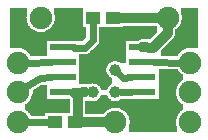
<source format=gtl>
G04 MADE WITH FRITZING*
G04 WWW.FRITZING.ORG*
G04 DOUBLE SIDED*
G04 HOLES PLATED*
G04 CONTOUR ON CENTER OF CONTOUR VECTOR*
%ASAXBY*%
%FSLAX23Y23*%
%MOIN*%
%OFA0B0*%
%SFA1.0B1.0*%
%ADD10C,0.075000*%
%ADD11C,0.075433*%
%ADD12C,0.039370*%
%ADD13R,0.087000X0.024000*%
%ADD14R,0.047244X0.043307*%
%ADD15C,0.024000*%
%ADD16C,0.032000*%
%LNCOPPER1*%
G90*
G70*
G54D10*
X493Y91D03*
G54D11*
X392Y72D03*
X641Y72D03*
X641Y172D03*
X68Y72D03*
X68Y172D03*
X68Y271D03*
X641Y271D03*
X566Y421D03*
X143Y421D03*
G54D12*
X392Y246D03*
X392Y172D03*
X317Y172D03*
G54D13*
X217Y322D03*
X217Y272D03*
X217Y222D03*
X217Y172D03*
X482Y172D03*
X482Y222D03*
X482Y272D03*
X482Y322D03*
G54D14*
X192Y72D03*
X259Y72D03*
X317Y421D03*
X384Y421D03*
G54D15*
X97Y271D02*
X179Y272D01*
D02*
X142Y221D02*
X179Y222D01*
D02*
X92Y188D02*
X142Y221D01*
D02*
X520Y272D02*
X612Y271D01*
G54D16*
D02*
X402Y421D02*
X532Y421D01*
D02*
X516Y321D02*
X482Y322D01*
D02*
X566Y386D02*
X566Y371D01*
D02*
X566Y371D02*
X516Y321D01*
G54D15*
D02*
X174Y72D02*
X97Y72D01*
G54D16*
D02*
X267Y171D02*
X267Y72D01*
D02*
X267Y72D02*
X259Y72D01*
G54D15*
D02*
X416Y221D02*
X444Y222D01*
D02*
X405Y233D02*
X416Y221D01*
D02*
X411Y172D02*
X444Y172D01*
G54D16*
D02*
X267Y171D02*
X255Y171D01*
D02*
X277Y72D02*
X357Y72D01*
G54D15*
D02*
X317Y405D02*
X317Y346D01*
D02*
X317Y346D02*
X292Y321D01*
D02*
X292Y321D02*
X255Y321D01*
G54D16*
D02*
X292Y172D02*
X267Y171D01*
G36*
X40Y452D02*
X40Y374D01*
X130Y374D01*
X130Y376D01*
X124Y376D01*
X124Y378D01*
X120Y378D01*
X120Y380D01*
X116Y380D01*
X116Y382D01*
X114Y382D01*
X114Y384D01*
X112Y384D01*
X112Y386D01*
X108Y386D01*
X108Y390D01*
X106Y390D01*
X106Y392D01*
X104Y392D01*
X104Y394D01*
X102Y394D01*
X102Y398D01*
X100Y398D01*
X100Y402D01*
X98Y402D01*
X98Y408D01*
X96Y408D01*
X96Y418D01*
X94Y418D01*
X94Y424D01*
X96Y424D01*
X96Y452D01*
X40Y452D01*
G37*
D02*
G36*
X188Y452D02*
X188Y430D01*
X190Y430D01*
X190Y410D01*
X188Y410D01*
X188Y404D01*
X186Y404D01*
X186Y400D01*
X184Y400D01*
X184Y396D01*
X182Y396D01*
X182Y392D01*
X180Y392D01*
X180Y390D01*
X178Y390D01*
X178Y388D01*
X176Y388D01*
X176Y386D01*
X174Y386D01*
X174Y384D01*
X172Y384D01*
X172Y382D01*
X168Y382D01*
X168Y380D01*
X166Y380D01*
X166Y378D01*
X162Y378D01*
X162Y376D01*
X156Y376D01*
X156Y374D01*
X294Y374D01*
X294Y390D01*
X284Y390D01*
X284Y452D01*
X188Y452D01*
G37*
D02*
G36*
X40Y374D02*
X40Y372D01*
X294Y372D01*
X294Y374D01*
X40Y374D01*
G37*
D02*
G36*
X40Y374D02*
X40Y372D01*
X294Y372D01*
X294Y374D01*
X40Y374D01*
G37*
D02*
G36*
X40Y372D02*
X40Y318D01*
X80Y318D01*
X80Y316D01*
X86Y316D01*
X86Y314D01*
X90Y314D01*
X90Y312D01*
X94Y312D01*
X94Y310D01*
X96Y310D01*
X96Y308D01*
X98Y308D01*
X98Y306D01*
X102Y306D01*
X102Y304D01*
X104Y304D01*
X104Y300D01*
X106Y300D01*
X106Y298D01*
X108Y298D01*
X108Y294D01*
X164Y294D01*
X164Y344D01*
X284Y344D01*
X284Y346D01*
X286Y346D01*
X286Y348D01*
X288Y348D01*
X288Y350D01*
X290Y350D01*
X290Y352D01*
X292Y352D01*
X292Y354D01*
X294Y354D01*
X294Y372D01*
X40Y372D01*
G37*
D02*
G36*
X612Y452D02*
X612Y430D01*
X614Y430D01*
X614Y412D01*
X612Y412D01*
X612Y406D01*
X610Y406D01*
X610Y400D01*
X608Y400D01*
X608Y396D01*
X606Y396D01*
X606Y394D01*
X604Y394D01*
X604Y390D01*
X602Y390D01*
X602Y388D01*
X600Y388D01*
X600Y386D01*
X598Y386D01*
X598Y384D01*
X594Y384D01*
X594Y382D01*
X592Y382D01*
X592Y362D01*
X590Y362D01*
X590Y358D01*
X588Y358D01*
X588Y354D01*
X586Y354D01*
X586Y352D01*
X584Y352D01*
X584Y350D01*
X582Y350D01*
X582Y348D01*
X580Y348D01*
X580Y346D01*
X578Y346D01*
X578Y344D01*
X576Y344D01*
X576Y342D01*
X574Y342D01*
X574Y340D01*
X572Y340D01*
X572Y338D01*
X570Y338D01*
X570Y336D01*
X568Y336D01*
X568Y334D01*
X566Y334D01*
X566Y332D01*
X564Y332D01*
X564Y330D01*
X562Y330D01*
X562Y328D01*
X560Y328D01*
X560Y326D01*
X558Y326D01*
X558Y324D01*
X556Y324D01*
X556Y322D01*
X554Y322D01*
X554Y320D01*
X552Y320D01*
X552Y318D01*
X550Y318D01*
X550Y316D01*
X548Y316D01*
X548Y314D01*
X544Y314D01*
X544Y294D01*
X600Y294D01*
X600Y298D01*
X602Y298D01*
X602Y300D01*
X604Y300D01*
X604Y302D01*
X606Y302D01*
X606Y304D01*
X608Y304D01*
X608Y306D01*
X610Y306D01*
X610Y308D01*
X612Y308D01*
X612Y310D01*
X614Y310D01*
X614Y312D01*
X618Y312D01*
X618Y314D01*
X622Y314D01*
X622Y316D01*
X628Y316D01*
X628Y318D01*
X668Y318D01*
X668Y452D01*
X612Y452D01*
G37*
D02*
G36*
X418Y394D02*
X418Y390D01*
X338Y390D01*
X338Y336D01*
X336Y336D01*
X336Y334D01*
X334Y334D01*
X334Y330D01*
X332Y330D01*
X332Y328D01*
X330Y328D01*
X330Y326D01*
X328Y326D01*
X328Y324D01*
X326Y324D01*
X326Y322D01*
X324Y322D01*
X324Y320D01*
X322Y320D01*
X322Y318D01*
X320Y318D01*
X320Y316D01*
X318Y316D01*
X318Y314D01*
X314Y314D01*
X314Y312D01*
X312Y312D01*
X312Y310D01*
X310Y310D01*
X310Y308D01*
X308Y308D01*
X308Y306D01*
X306Y306D01*
X306Y304D01*
X304Y304D01*
X304Y302D01*
X300Y302D01*
X300Y300D01*
X292Y300D01*
X292Y298D01*
X270Y298D01*
X270Y276D01*
X398Y276D01*
X398Y274D01*
X404Y274D01*
X404Y272D01*
X408Y272D01*
X408Y270D01*
X428Y270D01*
X428Y342D01*
X430Y342D01*
X430Y344D01*
X472Y344D01*
X472Y346D01*
X478Y346D01*
X478Y348D01*
X508Y348D01*
X508Y350D01*
X510Y350D01*
X510Y352D01*
X512Y352D01*
X512Y354D01*
X514Y354D01*
X514Y356D01*
X516Y356D01*
X516Y358D01*
X518Y358D01*
X518Y360D01*
X520Y360D01*
X520Y362D01*
X522Y362D01*
X522Y364D01*
X524Y364D01*
X524Y366D01*
X526Y366D01*
X526Y368D01*
X528Y368D01*
X528Y370D01*
X530Y370D01*
X530Y392D01*
X528Y392D01*
X528Y394D01*
X418Y394D01*
G37*
D02*
G36*
X270Y276D02*
X270Y202D01*
X318Y202D01*
X318Y200D01*
X328Y200D01*
X328Y198D01*
X332Y198D01*
X332Y196D01*
X334Y196D01*
X334Y194D01*
X338Y194D01*
X338Y192D01*
X340Y192D01*
X340Y188D01*
X342Y188D01*
X342Y186D01*
X344Y186D01*
X344Y180D01*
X364Y180D01*
X364Y184D01*
X366Y184D01*
X366Y188D01*
X368Y188D01*
X368Y190D01*
X370Y190D01*
X370Y192D01*
X372Y192D01*
X372Y194D01*
X374Y194D01*
X374Y196D01*
X376Y196D01*
X376Y198D01*
X380Y198D01*
X380Y220D01*
X376Y220D01*
X376Y222D01*
X374Y222D01*
X374Y224D01*
X372Y224D01*
X372Y226D01*
X370Y226D01*
X370Y228D01*
X368Y228D01*
X368Y230D01*
X366Y230D01*
X366Y234D01*
X364Y234D01*
X364Y240D01*
X362Y240D01*
X362Y254D01*
X364Y254D01*
X364Y258D01*
X366Y258D01*
X366Y262D01*
X368Y262D01*
X368Y266D01*
X370Y266D01*
X370Y268D01*
X372Y268D01*
X372Y270D01*
X376Y270D01*
X376Y272D01*
X378Y272D01*
X378Y274D01*
X384Y274D01*
X384Y276D01*
X270Y276D01*
G37*
D02*
G36*
X270Y202D02*
X270Y198D01*
X306Y198D01*
X306Y200D01*
X314Y200D01*
X314Y202D01*
X270Y202D01*
G37*
D02*
G36*
X142Y196D02*
X142Y194D01*
X140Y194D01*
X140Y192D01*
X136Y192D01*
X136Y190D01*
X134Y190D01*
X134Y188D01*
X130Y188D01*
X130Y186D01*
X128Y186D01*
X128Y184D01*
X124Y184D01*
X124Y182D01*
X122Y182D01*
X122Y180D01*
X118Y180D01*
X118Y178D01*
X116Y178D01*
X116Y166D01*
X114Y166D01*
X114Y158D01*
X112Y158D01*
X112Y152D01*
X110Y152D01*
X110Y148D01*
X108Y148D01*
X108Y144D01*
X106Y144D01*
X106Y142D01*
X104Y142D01*
X104Y140D01*
X102Y140D01*
X102Y138D01*
X100Y138D01*
X100Y136D01*
X98Y136D01*
X98Y134D01*
X96Y134D01*
X96Y132D01*
X92Y132D01*
X92Y112D01*
X94Y112D01*
X94Y110D01*
X98Y110D01*
X98Y108D01*
X100Y108D01*
X100Y106D01*
X102Y106D01*
X102Y104D01*
X104Y104D01*
X104Y102D01*
X106Y102D01*
X106Y98D01*
X108Y98D01*
X108Y96D01*
X110Y96D01*
X110Y94D01*
X158Y94D01*
X158Y102D01*
X160Y102D01*
X160Y104D01*
X240Y104D01*
X240Y150D01*
X164Y150D01*
X164Y196D01*
X142Y196D01*
G37*
D02*
G36*
X536Y250D02*
X536Y150D01*
X410Y150D01*
X410Y148D01*
X408Y148D01*
X408Y146D01*
X404Y146D01*
X404Y144D01*
X400Y144D01*
X400Y142D01*
X602Y142D01*
X602Y146D01*
X600Y146D01*
X600Y150D01*
X598Y150D01*
X598Y154D01*
X596Y154D01*
X596Y160D01*
X594Y160D01*
X594Y184D01*
X596Y184D01*
X596Y190D01*
X598Y190D01*
X598Y194D01*
X600Y194D01*
X600Y198D01*
X602Y198D01*
X602Y200D01*
X604Y200D01*
X604Y202D01*
X606Y202D01*
X606Y204D01*
X608Y204D01*
X608Y206D01*
X610Y206D01*
X610Y208D01*
X612Y208D01*
X612Y210D01*
X614Y210D01*
X614Y212D01*
X616Y212D01*
X616Y232D01*
X612Y232D01*
X612Y234D01*
X610Y234D01*
X610Y236D01*
X608Y236D01*
X608Y238D01*
X606Y238D01*
X606Y240D01*
X604Y240D01*
X604Y242D01*
X602Y242D01*
X602Y246D01*
X600Y246D01*
X600Y250D01*
X536Y250D01*
G37*
D02*
G36*
X344Y162D02*
X344Y158D01*
X342Y158D01*
X342Y154D01*
X340Y154D01*
X340Y152D01*
X338Y152D01*
X338Y150D01*
X336Y150D01*
X336Y148D01*
X334Y148D01*
X334Y146D01*
X330Y146D01*
X330Y144D01*
X324Y144D01*
X324Y142D01*
X384Y142D01*
X384Y144D01*
X378Y144D01*
X378Y146D01*
X376Y146D01*
X376Y148D01*
X372Y148D01*
X372Y150D01*
X370Y150D01*
X370Y152D01*
X368Y152D01*
X368Y156D01*
X366Y156D01*
X366Y158D01*
X364Y158D01*
X364Y162D01*
X344Y162D01*
G37*
D02*
G36*
X292Y142D02*
X292Y140D01*
X604Y140D01*
X604Y142D01*
X292Y142D01*
G37*
D02*
G36*
X292Y142D02*
X292Y140D01*
X604Y140D01*
X604Y142D01*
X292Y142D01*
G37*
D02*
G36*
X292Y140D02*
X292Y120D01*
X398Y120D01*
X398Y118D01*
X406Y118D01*
X406Y116D01*
X412Y116D01*
X412Y114D01*
X416Y114D01*
X416Y112D01*
X418Y112D01*
X418Y110D01*
X422Y110D01*
X422Y108D01*
X424Y108D01*
X424Y106D01*
X426Y106D01*
X426Y104D01*
X428Y104D01*
X428Y102D01*
X430Y102D01*
X430Y98D01*
X432Y98D01*
X432Y96D01*
X434Y96D01*
X434Y92D01*
X436Y92D01*
X436Y86D01*
X438Y86D01*
X438Y78D01*
X440Y78D01*
X440Y66D01*
X438Y66D01*
X438Y40D01*
X596Y40D01*
X596Y60D01*
X594Y60D01*
X594Y84D01*
X596Y84D01*
X596Y90D01*
X598Y90D01*
X598Y94D01*
X600Y94D01*
X600Y98D01*
X602Y98D01*
X602Y100D01*
X604Y100D01*
X604Y102D01*
X606Y102D01*
X606Y106D01*
X608Y106D01*
X608Y108D01*
X612Y108D01*
X612Y110D01*
X614Y110D01*
X614Y112D01*
X616Y112D01*
X616Y132D01*
X614Y132D01*
X614Y134D01*
X610Y134D01*
X610Y136D01*
X608Y136D01*
X608Y138D01*
X606Y138D01*
X606Y140D01*
X292Y140D01*
G37*
D02*
G36*
X292Y120D02*
X292Y98D01*
X352Y98D01*
X352Y100D01*
X354Y100D01*
X354Y102D01*
X356Y102D01*
X356Y104D01*
X358Y104D01*
X358Y106D01*
X360Y106D01*
X360Y108D01*
X362Y108D01*
X362Y110D01*
X364Y110D01*
X364Y112D01*
X368Y112D01*
X368Y114D01*
X372Y114D01*
X372Y116D01*
X378Y116D01*
X378Y118D01*
X386Y118D01*
X386Y120D01*
X292Y120D01*
G37*
D02*
G04 End of Copper1*
M02*
</source>
